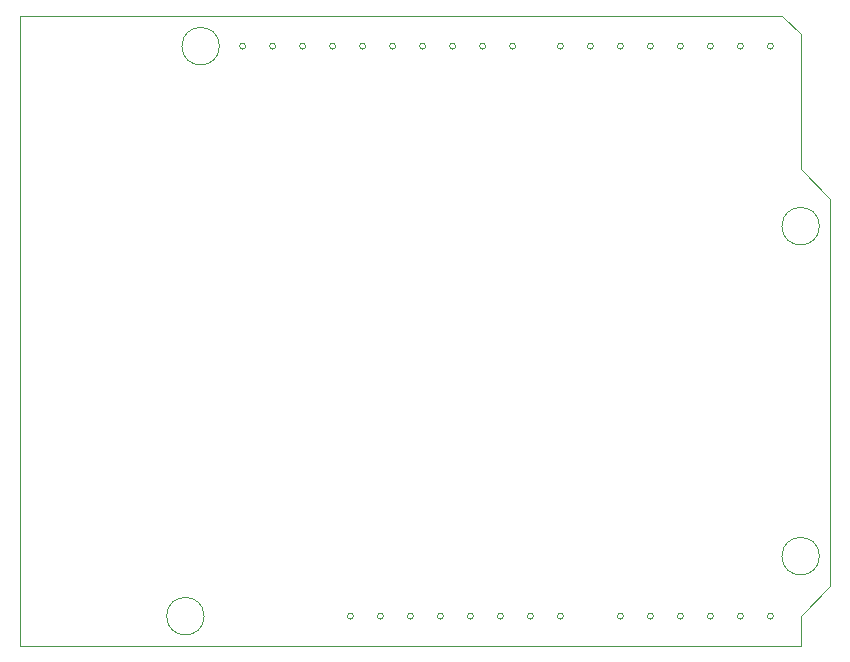
<source format=gm1>
G04*
G04 #@! TF.GenerationSoftware,Altium Limited,Altium Designer,21.0.9 (235)*
G04*
G04 Layer_Color=16711935*
%FSLAX44Y44*%
%MOMM*%
G71*
G04*
G04 #@! TF.SameCoordinates,4DC3274F-E9D7-49BC-8B51-1643F64A7915*
G04*
G04*
G04 #@! TF.FilePolarity,Positive*
G04*
G01*
G75*
%ADD22C,0.0127*%
D22*
X293395Y773879D02*
G03*
X293395Y773879I-2540J0D01*
G01*
X318795D02*
G03*
X318795Y773879I-2540J0D01*
G01*
X344195D02*
G03*
X344195Y773879I-2540J0D01*
G01*
X369595D02*
G03*
X369595Y773879I-2540J0D01*
G01*
X394995D02*
G03*
X394995Y773879I-2540J0D01*
G01*
X420395D02*
G03*
X420395Y773879I-2540J0D01*
G01*
X445795D02*
G03*
X445795Y773879I-2540J0D01*
G01*
X471195D02*
G03*
X471195Y773879I-2540J0D01*
G01*
X496595D02*
G03*
X496595Y773879I-2540J0D01*
G01*
X521995D02*
G03*
X521995Y773879I-2540J0D01*
G01*
X562335D02*
G03*
X562335Y773879I-2540J0D01*
G01*
X587735D02*
G03*
X587735Y773879I-2540J0D01*
G01*
X613135D02*
G03*
X613135Y773879I-2540J0D01*
G01*
X638535D02*
G03*
X638535Y773879I-2540J0D01*
G01*
X663935D02*
G03*
X663935Y773879I-2540J0D01*
G01*
X689335D02*
G03*
X689335Y773879I-2540J0D01*
G01*
X714735D02*
G03*
X714735Y773879I-2540J0D01*
G01*
X740135D02*
G03*
X740135Y773879I-2540J0D01*
G01*
X384535Y291280D02*
G03*
X384535Y291280I-2540J0D01*
G01*
X409935D02*
G03*
X409935Y291280I-2540J0D01*
G01*
X435335D02*
G03*
X435335Y291280I-2540J0D01*
G01*
X460735D02*
G03*
X460735Y291280I-2540J0D01*
G01*
X486135D02*
G03*
X486135Y291280I-2540J0D01*
G01*
X511535D02*
G03*
X511535Y291280I-2540J0D01*
G01*
X536935D02*
G03*
X536935Y291280I-2540J0D01*
G01*
X562335D02*
G03*
X562335Y291280I-2540J0D01*
G01*
X613135D02*
G03*
X613135Y291280I-2540J0D01*
G01*
X638535D02*
G03*
X638535Y291280I-2540J0D01*
G01*
X663935D02*
G03*
X663935Y291280I-2540J0D01*
G01*
X689335D02*
G03*
X689335Y291280I-2540J0D01*
G01*
X714735D02*
G03*
X714735Y291280I-2540J0D01*
G01*
X740135D02*
G03*
X740135Y291280I-2540J0D01*
G01*
X258170D02*
G03*
X258170Y291280I-15875J0D01*
G01*
X779170Y342080D02*
G03*
X779170Y342080I-15875J0D01*
G01*
Y621479D02*
G03*
X779170Y621479I-15875J0D01*
G01*
X271170Y773879D02*
G03*
X271170Y773879I-15875J0D01*
G01*
X747647Y799664D02*
X763295Y784016D01*
X102595Y799664D02*
X747647D01*
X102595Y265879D02*
Y799664D01*
X763295Y291280D02*
X788095Y316679D01*
X763295Y669740D02*
X788095Y644340D01*
X763295Y265879D02*
Y291280D01*
Y669740D02*
Y784016D01*
X102595Y265879D02*
X763295D01*
X788095Y316679D02*
Y644340D01*
M02*

</source>
